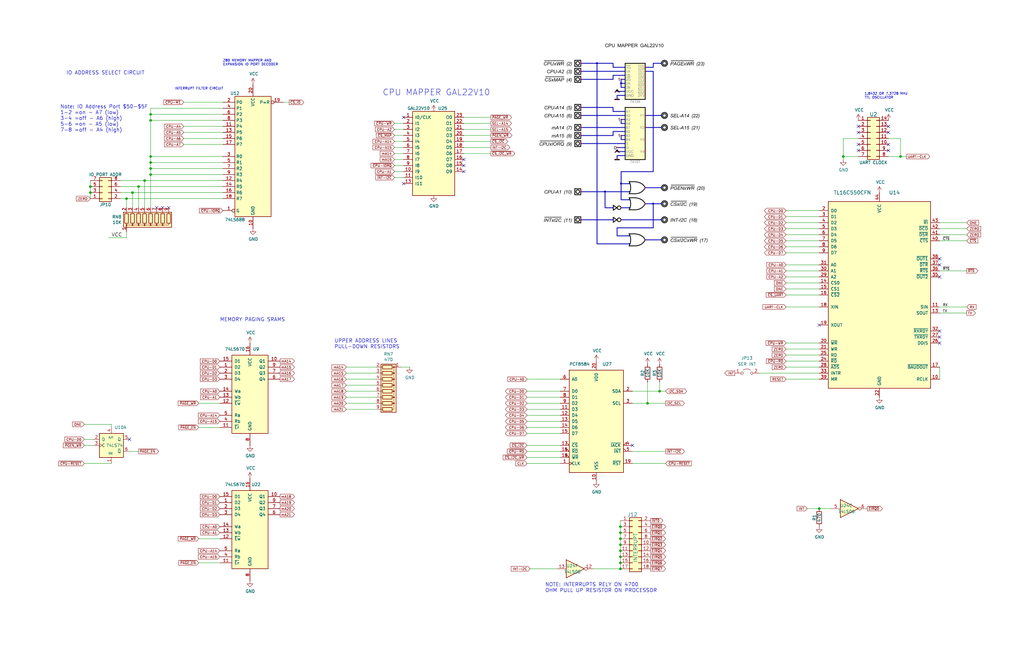
<source format=kicad_sch>
(kicad_sch (version 20211123) (generator eeschema)
  (paper "B")
  (lib_symbols
    (symbol "74xx:74LS06" (pin_names (offset 1.016))
      (property "Reference" "U" (at 0 1.27 0))
      (property "Value" "74LS06" (at 0 -1.27 0))
      (symbol "74LS06_1_0"
        (pin input line (at -7.62 0 0) (length 3.81) (name "~") (number "1"))
        (pin open_collector inverted (at 7.62 0 180) (length 3.81) (name "~") (number "2"))
      )
      (symbol "74LS06_2_0"
        (pin input line (at -7.62 0 0) (length 3.81) (name "~") (number "3"))
        (pin open_collector inverted (at 7.62 0 180) (length 3.81) (name "~") (number "4"))
      )
      (symbol "74LS06_3_0"
        (pin input line (at -7.62 0 0) (length 3.81) (name "~") (number "5"))
        (pin open_collector inverted (at 7.62 0 180) (length 3.81) (name "~") (number "6"))
      )
      (symbol "74LS06_4_0"
        (pin open_collector inverted (at 7.62 0 180) (length 3.81) (name "~") (number "8"))
        (pin input line (at -7.62 0 0) (length 3.81) (name "~") (number "9"))
      )
      (symbol "74LS06_5_0"
        (pin open_collector inverted (at 7.62 0 180) (length 3.81) (name "~") (number "10"))
        (pin input line (at -7.62 0 0) (length 3.81) (name "~") (number "11"))
      )
      (symbol "74LS06_6_0"
        (pin open_collector inverted (at 7.62 0 180) (length 3.81) (name "~") (number "12"))
        (pin input line (at -7.62 0 0) (length 3.81) (name "~") (number "13"))
      )
      (symbol "74LS06_7_0"
        (pin power_in line (at 0 12.7 270) (length 5.08) (name "VCC") (number "14"))
        (pin power_in line (at 0 -12.7 90) (length 5.08) (name "GND") (number "7"))
      )
    )
    (symbol "74xx:74LS670" (pin_names (offset 1.016))
      (property "Reference" "U" (at -7.62 16.51 0))
      (property "Value" "74LS670" (at -7.62 -19.05 0))
      (symbol "74LS670_1_0"
        (pin input line (at -12.7 10.16 0) (length 5.08) (name "D2") (number "1"))
        (pin tri_state line (at 12.7 12.7 180) (length 5.08) (name "Q1") (number "10"))
        (pin input line (at -12.7 -15.24 0) (length 5.08) (name "~{Er}") (number "11"))
        (pin input line (at -12.7 -5.08 0) (length 5.08) (name "~{Ew}") (number "12"))
        (pin input line (at -12.7 -2.54 0) (length 5.08) (name "Wb") (number "13"))
        (pin input line (at -12.7 0 0) (length 5.08) (name "Wa") (number "14"))
        (pin input line (at -12.7 12.7 0) (length 5.08) (name "D1") (number "15"))
        (pin power_in line (at 0 20.32 270) (length 5.08) (name "VCC") (number "16"))
        (pin input line (at -12.7 7.62 0) (length 5.08) (name "D3") (number "2"))
        (pin input line (at -12.7 5.08 0) (length 5.08) (name "D4") (number "3"))
        (pin input line (at -12.7 -12.7 0) (length 5.08) (name "Rb") (number "4"))
        (pin input line (at -12.7 -10.16 0) (length 5.08) (name "Ra") (number "5"))
        (pin tri_state line (at 12.7 5.08 180) (length 5.08) (name "Q4") (number "6"))
        (pin tri_state line (at 12.7 7.62 180) (length 5.08) (name "Q3") (number "7"))
        (pin power_in line (at 0 -22.86 90) (length 5.08) (name "GND") (number "8"))
        (pin tri_state line (at 12.7 10.16 180) (length 5.08) (name "Q2") (number "9"))
      )
    )
    (symbol "74xx:74LS688"
      (property "Reference" "U" (at -7.62 26.67 0))
      (property "Value" "74LS688" (at -7.62 -26.67 0))
      (symbol "74LS688_1_0"
        (pin input inverted (at -12.7 -22.86 0) (length 5.08) (name "G") (number "1"))
        (pin power_in line (at 0 -30.48 90) (length 5.08) (name "GND") (number "10"))
        (pin input line (at -12.7 12.7 0) (length 5.08) (name "P4") (number "11"))
        (pin input line (at -12.7 -10.16 0) (length 5.08) (name "R4") (number "12"))
        (pin input line (at -12.7 10.16 0) (length 5.08) (name "P5") (number "13"))
        (pin input line (at -12.7 -12.7 0) (length 5.08) (name "R5") (number "14"))
        (pin input line (at -12.7 7.62 0) (length 5.08) (name "P6") (number "15"))
        (pin input line (at -12.7 -15.24 0) (length 5.08) (name "R6") (number "16"))
        (pin input line (at -12.7 5.08 0) (length 5.08) (name "P7") (number "17"))
        (pin input line (at -12.7 -17.78 0) (length 5.08) (name "R7") (number "18"))
        (pin output inverted (at 12.7 22.86 180) (length 5.08) (name "P=R") (number "19"))
        (pin input line (at -12.7 22.86 0) (length 5.08) (name "P0") (number "2"))
        (pin power_in line (at 0 30.48 270) (length 5.08) (name "VCC") (number "20"))
        (pin input line (at -12.7 0 0) (length 5.08) (name "R0") (number "3"))
        (pin input line (at -12.7 20.32 0) (length 5.08) (name "P1") (number "4"))
        (pin input line (at -12.7 -2.54 0) (length 5.08) (name "R1") (number "5"))
        (pin input line (at -12.7 17.78 0) (length 5.08) (name "P2") (number "6"))
        (pin input line (at -12.7 -5.08 0) (length 5.08) (name "R2") (number "7"))
        (pin input line (at -12.7 15.24 0) (length 5.08) (name "P3") (number "8"))
        (pin input line (at -12.7 -7.62 0) (length 5.08) (name "R3") (number "9"))
      )
    )
    (symbol "74xx:74LS74" (pin_names (offset 1.016))
      (property "Reference" "U" (at -7.62 8.89 0))
      (property "Value" "74LS74" (at -7.62 -8.89 0))
      (symbol "74LS74_1_0"
        (pin input line (at 0 -7.62 90) (length 2.54) (name "~{R}") (number "1"))
        (pin input line (at -7.62 2.54 0) (length 2.54) (name "D") (number "2"))
        (pin input clock (at -7.62 0 0) (length 2.54) (name "C") (number "3"))
        (pin input line (at 0 7.62 270) (length 2.54) (name "~{S}") (number "4"))
        (pin output line (at 7.62 2.54 180) (length 2.54) (name "Q") (number "5"))
        (pin output line (at 7.62 -2.54 180) (length 2.54) (name "~{Q}") (number "6"))
      )
      (symbol "74LS74_2_0"
        (pin input line (at 0 7.62 270) (length 2.54) (name "~{S}") (number "10"))
        (pin input clock (at -7.62 0 0) (length 2.54) (name "C") (number "11"))
        (pin input line (at -7.62 2.54 0) (length 2.54) (name "D") (number "12"))
        (pin input line (at 0 -7.62 90) (length 2.54) (name "~{R}") (number "13"))
        (pin output line (at 7.62 -2.54 180) (length 2.54) (name "~{Q}") (number "8"))
        (pin output line (at 7.62 2.54 180) (length 2.54) (name "Q") (number "9"))
      )
      (symbol "74LS74_3_0"
        (pin power_in line (at 0 10.16 270) (length 2.54) (name "VCC") (number "14"))
        (pin power_in line (at 0 -10.16 90) (length 2.54) (name "GND") (number "7"))
      )
    )
    (symbol "Connector_Generic:Conn_02x04_Odd_Even" (pin_names (offset 1.016) hide)
      (property "Reference" "J" (at 1.27 5.08 0))
      (property "Value" "Conn_02x04_Odd_Even" (at 1.27 -7.62 0))
      (symbol "Conn_02x04_Odd_Even_1_1"
        (pin passive line (at -5.08 2.54 0) (length 3.81) (name "Pin_1") (number "1"))
        (pin passive line (at 7.62 2.54 180) (length 3.81) (name "Pin_2") (number "2"))
        (pin passive line (at -5.08 0 0) (length 3.81) (name "Pin_3") (number "3"))
        (pin passive line (at 7.62 0 180) (length 3.81) (name "Pin_4") (number "4"))
        (pin passive line (at -5.08 -2.54 0) (length 3.81) (name "Pin_5") (number "5"))
        (pin passive line (at 7.62 -2.54 180) (length 3.81) (name "Pin_6") (number "6"))
        (pin passive line (at -5.08 -5.08 0) (length 3.81) (name "Pin_7") (number "7"))
        (pin passive line (at 7.62 -5.08 180) (length 3.81) (name "Pin_8") (number "8"))
      )
    )
    (symbol "Connector_Generic:Conn_02x07_Counter_Clockwise" (pin_names (offset 1.016) hide)
      (property "Reference" "J" (at 1.27 10.16 0))
      (property "Value" "Conn_02x07_Counter_Clockwise" (at 1.27 -10.16 0))
      (symbol "Conn_02x07_Counter_Clockwise_1_1"
        (pin passive line (at -5.08 7.62 0) (length 3.81) (name "Pin_1") (number "1"))
        (pin passive line (at 7.62 -2.54 180) (length 3.81) (name "Pin_10") (number "10"))
        (pin passive line (at 7.62 0 180) (length 3.81) (name "Pin_11") (number "11"))
        (pin passive line (at 7.62 2.54 180) (length 3.81) (name "Pin_12") (number "12"))
        (pin passive line (at 7.62 5.08 180) (length 3.81) (name "Pin_13") (number "13"))
        (pin passive line (at 7.62 7.62 180) (length 3.81) (name "Pin_14") (number "14"))
        (pin passive line (at -5.08 5.08 0) (length 3.81) (name "Pin_2") (number "2"))
        (pin passive line (at -5.08 2.54 0) (length 3.81) (name "Pin_3") (number "3"))
        (pin passive line (at -5.08 0 0) (length 3.81) (name "Pin_4") (number "4"))
        (pin passive line (at -5.08 -2.54 0) (length 3.81) (name "Pin_5") (number "5"))
        (pin passive line (at -5.08 -5.08 0) (length 3.81) (name "Pin_6") (number "6"))
        (pin passive line (at -5.08 -7.62 0) (length 3.81) (name "Pin_7") (number "7"))
        (pin passive line (at 7.62 -7.62 180) (length 3.81) (name "Pin_8") (number "8"))
        (pin passive line (at 7.62 -5.08 180) (length 3.81) (name "Pin_9") (number "9"))
      )
    )
    (symbol "Connector_Generic:Conn_02x09_Odd_Even" (pin_names (offset 1.016) hide)
      (property "Reference" "J" (at 1.27 12.7 0))
      (property "Value" "Conn_02x09_Odd_Even" (at 1.27 -12.7 0))
      (symbol "Conn_02x09_Odd_Even_1_1"
        (pin passive line (at -5.08 10.16 0) (length 3.81) (name "Pin_1") (number "1"))
        (pin passive line (at 7.62 0 180) (length 3.81) (name "Pin_10") (number "10"))
        (pin passive line (at -5.08 -2.54 0) (length 3.81) (name "Pin_11") (number "11"))
        (pin passive line (at 7.62 -2.54 180) (length 3.81) (name "Pin_12") (number "12"))
        (pin passive line (at -5.08 -5.08 0) (length 3.81) (name "Pin_13") (number "13"))
        (pin passive line (at 7.62 -5.08 180) (length 3.81) (name "Pin_14") (number "14"))
        (pin passive line (at -5.08 -7.62 0) (length 3.81) (name "Pin_15") (number "15"))
        (pin passive line (at 7.62 -7.62 180) (length 3.81) (name "Pin_16") (number "16"))
        (pin passive line (at -5.08 -10.16 0) (length 3.81) (name "Pin_17") (number "17"))
        (pin passive line (at 7.62 -10.16 180) (length 3.81) (name "Pin_18") (number "18"))
        (pin passive line (at 7.62 10.16 180) (length 3.81) (name "Pin_2") (number "2"))
        (pin passive line (at -5.08 7.62 0) (length 3.81) (name "Pin_3") (number "3"))
        (pin passive line (at 7.62 7.62 180) (length 3.81) (name "Pin_4") (number "4"))
        (pin passive line (at -5.08 5.08 0) (length 3.81) (name "Pin_5") (number "5"))
        (pin passive line (at 7.62 5.08 180) (length 3.81) (name "Pin_6") (number "6"))
        (pin passive line (at -5.08 2.54 0) (length 3.81) (name "Pin_7") (number "7"))
        (pin passive line (at 7.62 2.54 180) (length 3.81) (name "Pin_8") (number "8"))
        (pin passive line (at -5.08 0 0) (length 3.81) (name "Pin_9") (number "9"))
      )
    )
    (symbol "Device:R" (pin_numbers hide) (pin_names (offset 0))
      (property "Reference" "R" (at 2.032 0 90))
      (property "Value" "R" (at 0 0 90))
      (symbol "R_1_1"
        (pin passive line (at 0 3.81 270) (length 1.27) (name "~") (number "1"))
        (pin passive line (at 0 -3.81 90) (length 1.27) (name "~") (number "2"))
      )
    )
    (symbol "Device:R_Network08" (pin_names (offset 0) hide)
      (property "Reference" "RN" (at -12.7 0 90))
      (property "Value" "R_Network08" (at 10.16 0 90))
      (symbol "R_Network08_1_1"
        (pin passive line (at -10.16 5.08 270) (length 2.54) (name "common") (number "1"))
        (pin passive line (at -10.16 -5.08 90) (length 1.27) (name "R1") (number "2"))
        (pin passive line (at -7.62 -5.08 90) (length 1.27) (name "R2") (number "3"))
        (pin passive line (at -5.08 -5.08 90) (length 1.27) (name "R3") (number "4"))
        (pin passive line (at -2.54 -5.08 90) (length 1.27) (name "R4") (number "5"))
        (pin passive line (at 0 -5.08 90) (length 1.27) (name "R5") (number "6"))
        (pin passive line (at 2.54 -5.08 90) (length 1.27) (name "R6") (number "7"))
        (pin passive line (at 5.08 -5.08 90) (length 1.27) (name "R7") (number "8"))
        (pin passive line (at 7.62 -5.08 90) (length 1.27) (name "R8") (number "9"))
      )
    )
    (symbol "Interface_Expansion:PCF8584" (pin_names (offset 1.016))
      (property "Reference" "U" (at -11.43 22.86 0))
      (property "Value" "PCF8584" (at 3.81 22.86 0))
      (symbol "PCF8584_1_1"
        (pin input clock (at -15.24 -17.78 0) (length 3.81) (name "CLK") (number "1"))
        (pin power_in line (at 0 -25.4 90) (length 3.81) (name "VSS") (number "10"))
        (pin tri_state line (at -15.24 5.08 0) (length 3.81) (name "D3") (number "11"))
        (pin tri_state line (at -15.24 2.54 0) (length 3.81) (name "D4") (number "12"))
        (pin tri_state line (at -15.24 0 0) (length 3.81) (name "D5") (number "13"))
        (pin tri_state line (at -15.24 -2.54 0) (length 3.81) (name "D6") (number "14"))
        (pin tri_state line (at -15.24 -5.08 0) (length 3.81) (name "D7") (number "15"))
        (pin passive input_low (at -15.24 -12.7 0) (length 3.81) (name "~{RD}") (number "16"))
        (pin input input_low (at -15.24 -10.16 0) (length 3.81) (name "~{CS}") (number "17"))
        (pin input input_low (at -15.24 -15.24 0) (length 3.81) (name "~{WR}") (number "18"))
        (pin bidirectional line (at 15.24 -17.78 180) (length 3.81) (name "~{RST}") (number "19"))
        (pin bidirectional line (at 15.24 12.7 180) (length 3.81) (name "SDA") (number "2"))
        (pin power_in line (at 0 25.4 270) (length 3.81) (name "VDD") (number "20"))
        (pin bidirectional line (at 15.24 7.62 180) (length 3.81) (name "SCL") (number "3"))
        (pin input input_low (at 15.24 -10.16 180) (length 3.81) (name "~{IACK}") (number "4"))
        (pin output output_low (at 15.24 -12.7 180) (length 3.81) (name "~{INT}") (number "5"))
        (pin input line (at -15.24 17.78 0) (length 3.81) (name "A0") (number "6"))
        (pin tri_state line (at -15.24 12.7 0) (length 3.81) (name "D0") (number "7"))
        (pin tri_state line (at -15.24 10.16 0) (length 3.81) (name "D1") (number "8"))
        (pin tri_state line (at -15.24 7.62 0) (length 3.81) (name "D2") (number "9"))
      )
    )
    (symbol "Jumper:Jumper_2_Open" (pin_names (offset 0) hide)
      (property "Reference" "JP" (at 0 2.794 0))
      (property "Value" "Jumper_2_Open" (at 0 -2.286 0))
      (symbol "Jumper_2_Open_1_1"
        (pin passive line (at -5.08 0 0) (length 2.54) (name "A") (number "1"))
        (pin passive line (at 5.08 0 180) (length 2.54) (name "B") (number "2"))
      )
    )
    (symbol "TL16C550CFN:TL16C550CFN-Interface_UART" (pin_names (offset 1.016))
      (property "Reference" "U14" (at 6.35 43.18 0))
      (property "Value" "TL16C550CFN-Interface_UART" (at -11.43 43.18 0))
      (symbol "TL16C550CFN-Interface_UART_1_1"
        (pin no_connect line (at -13.97 -44.45 90) (length 5.08) hide (name "nc") (number "1"))
        (pin input line (at 25.4 -35.56 180) (length 3.81) (name "RCLK") (number "10"))
        (pin input line (at 25.4 -5.08 180) (length 3.81) (name "SIN") (number "11"))
        (pin no_connect line (at -11.43 -44.45 90) (length 5.08) hide (name "nc") (number "12"))
        (pin output line (at 25.4 -7.62 180) (length 3.81) (name "SOUT") (number "13"))
        (pin input line (at -25.4 5.08 0) (length 3.81) (name "CS0") (number "14"))
        (pin input line (at -25.4 2.54 0) (length 3.81) (name "CS1") (number "15"))
        (pin input line (at -25.4 0 0) (length 3.81) (name "~{CS2}") (number "16"))
        (pin output line (at 25.4 -30.48 180) (length 3.81) (name "~{BAUDOUT}") (number "17"))
        (pin input line (at -25.4 -5.08 0) (length 3.81) (name "XIN") (number "18"))
        (pin output line (at -25.4 -12.7 0) (length 3.81) (name "XOUT") (number "19"))
        (pin bidirectional line (at -25.4 35.56 0) (length 3.81) (name "D0") (number "2"))
        (pin input line (at -25.4 -20.32 0) (length 3.81) (name "~{WR}") (number "20"))
        (pin input line (at -25.4 -22.86 0) (length 3.81) (name "WR") (number "21"))
        (pin power_in line (at 0 -43.18 90) (length 3.81) (name "GND") (number "22"))
        (pin no_connect line (at -8.89 -44.45 90) (length 5.08) hide (name "nc") (number "23"))
        (pin input line (at -25.4 -27.94 0) (length 3.81) (name "~{RD}") (number "24"))
        (pin input line (at -25.4 -25.4 0) (length 3.81) (name "RD") (number "25"))
        (pin output line (at 25.4 -20.32 180) (length 3.81) (name "DDIS") (number "26"))
        (pin output line (at 25.4 -17.78 180) (length 3.81) (name "~{TXRDY}") (number "27"))
        (pin input line (at -25.4 -30.48 0) (length 3.81) (name "~{ADS}") (number "28"))
        (pin input line (at -25.4 7.62 0) (length 3.81) (name "A2") (number "29"))
        (pin bidirectional line (at -25.4 33.02 0) (length 3.81) (name "D1") (number "3"))
        (pin input line (at -25.4 10.16 0) (length 3.81) (name "A1") (number "30"))
        (pin input line (at -25.4 12.7 0) (length 3.81) (name "A0") (number "31"))
        (pin output line (at 25.4 -15.24 180) (length 3.81) (name "~{RXRDY}") (number "32"))
        (pin output line (at -25.4 -33.02 0) (length 3.81) (name "INTR") (number "33"))
        (pin no_connect line (at -6.35 -44.45 90) (length 5.08) hide (name "nc") (number "34"))
        (pin output line (at 25.4 7.62 180) (length 3.81) (name "~{OUT2}") (number "35"))
        (pin output line (at 25.4 10.16 180) (length 3.81) (name "~{RTS}") (number "36"))
        (pin output line (at 25.4 12.7 180) (length 3.81) (name "~{DTR}") (number "37"))
        (pin output line (at 25.4 15.24 180) (length 3.81) (name "~{OUT1}") (number "38"))
        (pin input line (at -25.4 -35.56 0) (length 3.81) (name "MR") (number "39"))
        (pin bidirectional line (at -25.4 30.48 0) (length 3.81) (name "D2") (number "4"))
        (pin input line (at 25.4 22.86 180) (length 3.81) (name "~{CTS}") (number "40"))
        (pin input line (at 25.4 25.4 180) (length 3.81) (name "~{DSR}") (number "41"))
        (pin input line (at 25.4 27.94 180) (length 3.81) (name "~{DCD}") (number "42"))
        (pin input line (at 25.4 30.48 180) (length 3.81) (name "~{RI}") (number "43"))
        (pin power_in line (at 0 43.18 270) (length 3.81) (name "VCC") (number "44"))
        (pin bidirectional line (at -25.4 27.94 0) (length 3.81) (name "D3") (number "5"))
        (pin bidirectional line (at -25.4 25.4 0) (length 3.81) (name "D4") (number "6"))
        (pin bidirectional line (at -25.4 22.86 0) (length 3.81) (name "D5") (number "7"))
        (pin bidirectional line (at -25.4 20.32 0) (length 3.81) (name "D6") (number "8"))
        (pin bidirectional line (at -25.4 17.78 0) (length 3.81) (name "D7") (number "9"))
      )
    )
    (symbol "gal22v10:GAL22V10" (pin_names (offset 1.016))
      (property "Reference" "U" (at -8.89 19.05 0))
      (property "Value" "GAL22V10" (at -1.27 19.05 0))
      (symbol "GAL22V10_1_1"
        (pin input line (at -12.7 15.24 0) (length 3.81) (name "I0/CLK") (number "1"))
        (pin input line (at -12.7 -7.62 0) (length 3.81) (name "I9") (number "10"))
        (pin input line (at -12.7 -10.16 0) (length 3.81) (name "I10") (number "11"))
        (pin power_in line (at 0 -17.78 90) (length 0) hide (name "GND") (number "12"))
        (pin input line (at -12.7 -12.7 0) (length 3.81) (name "I11") (number "13"))
        (pin output line (at 12.7 -7.62 180) (length 3.81) (name "O9") (number "14"))
        (pin output line (at 12.7 -5.08 180) (length 3.81) (name "O8") (number "15"))
        (pin output line (at 12.7 -2.54 180) (length 3.81) (name "O7") (number "16"))
        (pin output line (at 12.7 0 180) (length 3.81) (name "O6") (number "17"))
        (pin output line (at 12.7 2.54 180) (length 3.81) (name "O5") (number "18"))
        (pin output line (at 12.7 5.08 180) (length 3.81) (name "O4") (number "19"))
        (pin input line (at -12.7 12.7 0) (length 3.81) (name "I1") (number "2"))
        (pin output line (at 12.7 7.62 180) (length 3.81) (name "O3") (number "20"))
        (pin output line (at 12.7 10.16 180) (length 3.81) (name "O2") (number "21"))
        (pin output line (at 12.7 12.7 180) (length 3.81) (name "O1") (number "22"))
        (pin output line (at 12.7 15.24 180) (length 3.81) (name "O0") (number "23"))
        (pin power_in line (at 0 17.78 270) (length 0) hide (name "VCC") (number "24"))
        (pin input line (at -12.7 10.16 0) (length 3.81) (name "I2") (number "3"))
        (pin input line (at -12.7 7.62 0) (length 3.81) (name "I3") (number "4"))
        (pin input line (at -12.7 5.08 0) (length 3.81) (name "I4") (number "5"))
        (pin input line (at -12.7 2.54 0) (length 3.81) (name "I5") (number "6"))
        (pin input line (at -12.7 0 0) (length 3.81) (name "I6") (number "7"))
        (pin input line (at -12.7 -2.54 0) (length 3.81) (name "I7") (number "8"))
        (pin input line (at -12.7 -5.08 0) (length 3.81) (name "I8") (number "9"))
      )
    )
    (symbol "power:GND" (power) (pin_names (offset 0))
      (property "Value" "GND" (at 0 -3.81 0))
      (symbol "GND_1_1"
        (pin power_in line (at 0 0 270) (length 0) hide (name "GND") (number "1"))
      )
    )
    (symbol "power:VCC" (power) (pin_names (offset 0))
      (property "Value" "VCC" (at 0 3.81 0))
      (symbol "VCC_1_1"
        (pin power_in line (at 0 0 90) (length 0) hide (name "VCC") (number "1"))
      )
    )
  )
  (junction (at 63.5 50.8))
  (junction (at 261.62 234.95))
  (junction (at 58.42 78.74))
  (junction (at 38.1 78.74))
  (junction (at 63.5 48.26))
  (junction (at 261.62 229.87))
  (junction (at 60.96 76.2))
  (junction (at 278.13 165.1))
  (junction (at 273.05 170.18))
  (junction (at 355.6 66.04))
  (junction (at 55.88 81.28))
  (junction (at 261.62 240.03))
  (junction (at 261.62 232.41))
  (junction (at 345.44 214.63))
  (junction (at 261.62 227.33))
  (junction (at 261.62 224.79))
  (junction (at 38.1 81.28))
  (junction (at 63.5 66.04))
  (junction (at 261.62 222.25))
  (junction (at 261.62 237.49))
  (junction (at 63.5 68.58))
  (junction (at 53.34 83.82))
  (junction (at 379.73 66.04))
  (junction (at 63.5 73.66))
  (junction (at 63.5 71.12))
  (no_connect (at 374.65 55.88))
  (no_connect (at 170.18 77.47))
  (no_connect (at 195.58 72.39))
  (no_connect (at 266.7 187.96))
  (no_connect (at 361.95 60.96))
  (no_connect (at 396.24 111.76))
  (no_connect (at 195.58 67.31))
  (no_connect (at 396.24 109.22))
  (no_connect (at 374.65 63.5))
  (no_connect (at 345.44 137.16))
  (no_connect (at 170.18 49.53))
  (no_connect (at 195.58 69.85))
  (no_connect (at 361.95 63.5))
  (no_connect (at 396.24 116.84))
  (no_connect (at 66.04 87.63))
  (no_connect (at 396.24 144.78))
  (no_connect (at 361.95 55.88))
  (no_connect (at 374.65 60.96))
  (no_connect (at 68.58 87.63))
  (no_connect (at 71.12 87.63))
  (no_connect (at 374.65 53.34))
  (no_connect (at 54.61 185.42))
  (no_connect (at 396.24 142.24))
  (no_connect (at 361.95 53.34))
  (no_connect (at 396.24 139.7))
  (wire (pts (xy 345.44 154.94) (xy 331.47 154.94)))
  (wire (pts (xy 355.6 58.42) (xy 355.6 66.04)))
  (wire (pts (xy 331.47 91.44) (xy 345.44 91.44)))
  (wire (pts (xy 53.34 100.33) (xy 53.34 97.79)))
  (wire (pts (xy 146.05 154.94) (xy 158.75 154.94)))
  (wire (pts (xy 60.96 87.63) (xy 60.96 76.2)))
  (wire (pts (xy 55.88 87.63) (xy 55.88 81.28)))
  (wire (pts (xy 261.62 229.87) (xy 261.62 227.33)))
  (wire (pts (xy 195.58 49.53) (xy 207.01 49.53)))
  (wire (pts (xy 361.95 58.42) (xy 355.6 58.42)))
  (wire (pts (xy 407.67 101.6) (xy 396.24 101.6)))
  (wire (pts (xy 396.24 99.06) (xy 407.67 99.06)))
  (wire (pts (xy 407.67 132.08) (xy 396.24 132.08)))
  (wire (pts (xy 355.6 67.31) (xy 355.6 66.04)))
  (wire (pts (xy 195.58 64.77) (xy 207.01 64.77)))
  (wire (pts (xy 77.47 53.34) (xy 93.98 53.34)))
  (wire (pts (xy 166.37 57.15) (xy 170.18 57.15)))
  (wire (pts (xy 46.99 180.34) (xy 46.99 179.07)))
  (wire (pts (xy 53.34 83.82) (xy 93.98 83.82)))
  (wire (pts (xy 166.37 72.39) (xy 170.18 72.39)))
  (wire (pts (xy 261.62 234.95) (xy 261.62 232.41)))
  (wire (pts (xy 236.22 190.5) (xy 222.25 190.5)))
  (wire (pts (xy 261.62 222.25) (xy 261.62 219.71)))
  (wire (pts (xy 35.56 185.42) (xy 39.37 185.42)))
  (wire (pts (xy 166.37 59.69) (xy 170.18 59.69)))
  (wire (pts (xy 331.47 104.14) (xy 345.44 104.14)))
  (wire (pts (xy 261.62 240.03) (xy 261.62 237.49)))
  (wire (pts (xy 236.22 193.04) (xy 222.25 193.04)))
  (wire (pts (xy 166.37 52.07) (xy 170.18 52.07)))
  (wire (pts (xy 166.37 64.77) (xy 170.18 64.77)))
  (wire (pts (xy 77.47 60.96) (xy 93.98 60.96)))
  (wire (pts (xy 46.99 179.07) (xy 35.56 179.07)))
  (wire (pts (xy 345.44 149.86) (xy 331.47 149.86)))
  (wire (pts (xy 273.05 161.29) (xy 273.05 170.18)))
  (wire (pts (xy 63.5 71.12) (xy 63.5 73.66)))
  (wire (pts (xy 350.52 214.63) (xy 345.44 214.63)))
  (wire (pts (xy 379.73 66.04) (xy 382.27 66.04)))
  (wire (pts (xy 55.88 81.28) (xy 93.98 81.28)))
  (wire (pts (xy 146.05 157.48) (xy 158.75 157.48)))
  (wire (pts (xy 83.82 180.34) (xy 92.71 180.34)))
  (wire (pts (xy 195.58 52.07) (xy 207.01 52.07)))
  (wire (pts (xy 83.82 170.18) (xy 92.71 170.18)))
  (wire (pts (xy 77.47 43.18) (xy 93.98 43.18)))
  (wire (pts (xy 166.37 69.85) (xy 170.18 69.85)))
  (wire (pts (xy 63.5 66.04) (xy 93.98 66.04)))
  (wire (pts (xy 146.05 167.64) (xy 158.75 167.64)))
  (wire (pts (xy 261.62 224.79) (xy 261.62 222.25)))
  (wire (pts (xy 236.22 187.96) (xy 222.25 187.96)))
  (wire (pts (xy 407.67 114.3) (xy 396.24 114.3)))
  (wire (pts (xy 355.6 66.04) (xy 361.95 66.04)))
  (wire (pts (xy 345.44 124.46) (xy 331.47 124.46)))
  (wire (pts (xy 195.58 62.23) (xy 207.01 62.23)))
  (wire (pts (xy 222.25 172.72) (xy 236.22 172.72)))
  (wire (pts (xy 345.44 116.84) (xy 331.47 116.84)))
  (wire (pts (xy 379.73 58.42) (xy 379.73 66.04)))
  (wire (pts (xy 345.44 160.02) (xy 331.47 160.02)))
  (wire (pts (xy 331.47 96.52) (xy 345.44 96.52)))
  (wire (pts (xy 119.38 43.18) (xy 121.92 43.18)))
  (wire (pts (xy 146.05 162.56) (xy 158.75 162.56)))
  (wire (pts (xy 63.5 87.63) (xy 63.5 73.66)))
  (wire (pts (xy 345.44 147.32) (xy 331.47 147.32)))
  (wire (pts (xy 38.1 81.28) (xy 38.1 83.82)))
  (wire (pts (xy 50.8 81.28) (xy 55.88 81.28)))
  (wire (pts (xy 345.44 119.38) (xy 331.47 119.38)))
  (wire (pts (xy 331.47 93.98) (xy 345.44 93.98)))
  (wire (pts (xy 50.8 83.82) (xy 53.34 83.82)))
  (wire (pts (xy 195.58 57.15) (xy 207.01 57.15)))
  (wire (pts (xy 345.44 144.78) (xy 331.47 144.78)))
  (wire (pts (xy 63.5 66.04) (xy 63.5 68.58)))
  (wire (pts (xy 266.7 165.1) (xy 278.13 165.1)))
  (wire (pts (xy 77.47 55.88) (xy 93.98 55.88)))
  (wire (pts (xy 396.24 93.98) (xy 407.67 93.98)))
  (wire (pts (xy 266.7 170.18) (xy 273.05 170.18)))
  (wire (pts (xy 63.5 71.12) (xy 93.98 71.12)))
  (wire (pts (xy 261.62 232.41) (xy 261.62 229.87)))
  (wire (pts (xy 38.1 76.2) (xy 38.1 78.74)))
  (wire (pts (xy 261.62 237.49) (xy 261.62 234.95)))
  (wire (pts (xy 280.67 195.58) (xy 266.7 195.58)))
  (wire (pts (xy 60.96 76.2) (xy 93.98 76.2)))
  (wire (pts (xy 195.58 59.69) (xy 207.01 59.69)))
  (wire (pts (xy 320.04 157.48) (xy 345.44 157.48)))
  (wire (pts (xy 146.05 165.1) (xy 158.75 165.1)))
  (wire (pts (xy 331.47 88.9) (xy 345.44 88.9)))
  (wire (pts (xy 222.25 180.34) (xy 236.22 180.34)))
  (wire (pts (xy 63.5 45.72) (xy 93.98 45.72)))
  (wire (pts (xy 379.73 66.04) (xy 374.65 66.04)))
  (wire (pts (xy 166.37 54.61) (xy 170.18 54.61)))
  (wire (pts (xy 222.25 165.1) (xy 236.22 165.1)))
  (wire (pts (xy 273.05 170.18) (xy 280.67 170.18)))
  (wire (pts (xy 53.34 87.63) (xy 53.34 83.82)))
  (wire (pts (xy 345.44 121.92) (xy 331.47 121.92)))
  (wire (pts (xy 261.62 227.33) (xy 261.62 224.79)))
  (wire (pts (xy 63.5 68.58) (xy 63.5 71.12)))
  (wire (pts (xy 374.65 58.42) (xy 379.73 58.42)))
  (wire (pts (xy 396.24 96.52) (xy 407.67 96.52)))
  (wire (pts (xy 63.5 50.8) (xy 93.98 50.8)))
  (wire (pts (xy 222.25 167.64) (xy 236.22 167.64)))
  (wire (pts (xy 63.5 48.26) (xy 93.98 48.26)))
  (wire (pts (xy 45.72 100.33) (xy 53.34 100.33)))
  (wire (pts (xy 166.37 67.31) (xy 170.18 67.31)))
  (wire (pts (xy 168.91 154.94) (xy 172.72 154.94)))
  (wire (pts (xy 222.25 175.26) (xy 236.22 175.26)))
  (wire (pts (xy 234.95 240.03) (xy 223.52 240.03)))
  (wire (pts (xy 54.61 190.5) (xy 58.42 190.5)))
  (wire (pts (xy 166.37 62.23) (xy 170.18 62.23)))
  (wire (pts (xy 146.05 172.72) (xy 158.75 172.72)))
  (wire (pts (xy 50.8 78.74) (xy 58.42 78.74)))
  (wire (pts (xy 58.42 78.74) (xy 93.98 78.74)))
  (wire (pts (xy 280.67 190.5) (xy 266.7 190.5)))
  (wire (pts (xy 50.8 76.2) (xy 60.96 76.2)))
  (wire (pts (xy 250.19 240.03) (xy 261.62 240.03)))
  (wire (pts (xy 345.44 114.3) (xy 331.47 114.3)))
  (wire (pts (xy 278.13 161.29) (xy 278.13 165.1)))
  (wire (pts (xy 331.47 99.06) (xy 345.44 99.06)))
  (wire (pts (xy 222.25 182.88) (xy 236.22 182.88)))
  (wire (pts (xy 63.5 50.8) (xy 63.5 66.04)))
  (wire (pts (xy 345.44 152.4) (xy 331.47 152.4)))
  (wire (pts (xy 83.82 227.33) (xy 92.71 227.33)))
  (wire (pts (xy 83.82 237.49) (xy 92.71 237.49)))
  (wire (pts (xy 146.05 170.18) (xy 158.75 170.18)))
  (wire (pts (xy 63.5 68.58) (xy 93.98 68.58)))
  (wire (pts (xy 345.44 129.54) (xy 331.47 129.54)))
  (wire (pts (xy 46.99 195.58) (xy 35.56 195.58)))
  (wire (pts (xy 63.5 73.66) (xy 93.98 73.66)))
  (wire (pts (xy 236.22 195.58) (xy 222.25 195.58)))
  (wire (pts (xy 222.25 177.8) (xy 236.22 177.8)))
  (wire (pts (xy 331.47 106.68) (xy 345.44 106.68)))
  (wire (pts (xy 331.47 101.6) (xy 345.44 101.6)))
  (wire (pts (xy 38.1 78.74) (xy 38.1 81.28)))
  (wire (pts (xy 278.13 165.1) (xy 280.67 165.1)))
  (wire (pts (xy 166.37 74.93) (xy 170.18 74.93)))
  (wire (pts (xy 407.67 129.54) (xy 396.24 129.54)))
  (wire (pts (xy 345.44 214.63) (xy 340.36 214.63)))
  (wire (pts (xy 396.24 160.02) (xy 396.24 154.94)))
  (wire (pts (xy 222.25 170.18) (xy 236.22 170.18)))
  (wire (pts (xy 236.22 160.02) (xy 222.25 160.02)))
  (wire (pts (xy 63.5 48.26) (xy 63.5 45.72)))
  (wire (pts (xy 146.05 160.02) (xy 158.75 160.02)))
  (wire (pts (xy 77.47 58.42) (xy 93.98 58.42)))
  (wire (pts (xy 58.42 87.63) (xy 58.42 78.74)))
  (wire (pts (xy 35.56 187.96) (xy 39.37 187.96)))
  (wire (pts (xy 195.58 54.61) (xy 207.01 54.61)))
  (wire (pts (xy 63.5 50.8) (xy 63.5 48.26)))
  (wire (pts (xy 345.44 111.76) (xy 331.47 111.76)))
  (image (at 262.89 60.96))
  (text "CPU MAPPER GAL22V10" (at 161.29 40.64 0) (effects (font (size 2.54 2.54)) (justify left bottom)))
  (text "Z80 MEMORY MAPPER AND \nEXPANSION IO PORT DECODER\n" (at 93.98 27.94 0) (effects (font (size 1.016 1.016)) (justify left bottom)))
  (text "UPPER ADDRESS LINES \nPULL-DOWN RESISTORS" (at 140.97 147.32 0) (effects (font (size 1.524 1.524)) (justify left bottom)))
  (text "MEMORY PAGING SRAMS" (at 92.71 135.89 0) (effects (font (size 1.524 1.524)) (justify left bottom)))
  (text "IO ADDRESS SELECT CIRCUIT" (at 27.94 31.75 0) (effects (font (size 1.524 1.524)) (justify left bottom)))
  (text "INTERRUPT FILTER CIRCUIT" (at 73.66 38.1 0) (effects (font (size 1.016 1.016)) (justify left bottom)))
  (text "1.8432 OR 7.3728 MHz\nTTL OSCILLATOR" (at 364.49 41.91 0) (effects (font (size 1.016 1.016)) (justify left bottom)))
  (text "NOTE: INTERRUPTS RELY ON 4700 \nOHM PULL UP RESISTOR ON PROCESSOR" (at 229.87 250.19 0) (effects (font (size 1.524 1.524)) (justify left bottom)))
  (text "Note: IO Address Port $50-$5F\n1-2 =on - A7 (low)\n3-4 =off - A6 (high)\n5-6 =on - A5 (low)\n7-8 =off - A4 (high)" (at 25.4 55.88 0) (effects (font (size 1.524 1.524)) (justify left bottom)))
  (label "~{CTS}" (at 397.51 101.6 0) (effects (font (size 1.016 1.016))))
  (label "RX" (at 397.51 129.54 0) (effects (font (size 1.016 1.016))))
  (label "~{RTS}" (at 397.51 114.3 0) (effects (font (size 1.016 1.016))))
  (label "VCC" (at 46.99 100.33 0) (effects (font (size 1.524 1.524))))
  (label "TX" (at 397.51 132.08 0) (effects (font (size 1.016 1.016))))
  (global_label "~{EIRQ7}" (shape output) (at 274.32 240.03 0) (effects (font (size 1.016 1.016))) (property "Intersheet References" "${INTERSHEET_REFS}" (effects hide)))
  (global_label "~{EIRQ1}" (shape output) (at 274.32 224.79 0) (effects (font (size 1.016 1.016))) (property "Intersheet References" "${INTERSHEET_REFS}" (effects hide)))
  (global_label "mA18" (shape output) (at 118.11 209.55 0) (effects (font (size 1.016 1.016))) (property "Intersheet References" "${INTERSHEET_REFS}" (effects hide)))
  (global_label "CPU-A14" (shape input) (at 166.37 59.69 180) (effects (font (size 1.016 1.016))) (property "Intersheet References" "${INTERSHEET_REFS}" (effects hide)))
  (global_label "SEL-A14" (shape output) (at 207.01 52.07 0) (effects (font (size 1.016 1.016))) (property "Intersheet References" "${INTERSHEET_REFS}" (effects hide)))
  (global_label "mA21" (shape output) (at 118.11 217.17 0) (effects (font (size 1.016 1.016))) (property "Intersheet References" "${INTERSHEET_REFS}" (effects hide)))
  (global_label "CPU-D5" (shape bidirectional) (at 222.25 177.8 180) (effects (font (size 1.016 1.016))) (property "Intersheet References" "${INTERSHEET_REFS}" (effects hide)))
  (global_label "~{EIRQ2}" (shape output) (at 274.32 227.33 0) (effects (font (size 1.016 1.016))) (property "Intersheet References" "${INTERSHEET_REFS}" (effects hide)))
  (global_label "~{INT-I2C}" (shape input) (at 166.37 74.93 180) (effects (font (size 1.016 1.016))) (property "Intersheet References" "${INTERSHEET_REFS}" (effects hide)))
  (global_label "~{CTS}" (shape input) (at 407.67 101.6 0) (effects (font (size 1.016 1.016))) (property "Intersheet References" "${INTERSHEET_REFS}" (effects hide)))
  (global_label "CPU-D1" (shape input) (at 92.71 212.09 180) (effects (font (size 1.016 1.016))) (property "Intersheet References" "${INTERSHEET_REFS}" (effects hide)))
  (global_label "~{CPU-RESET}" (shape input) (at 280.67 195.58 0) (effects (font (size 1.016 1.016))) (property "Intersheet References" "${INTERSHEET_REFS}" (effects hide)))
  (global_label "CPU-D3" (shape bidirectional) (at 331.47 96.52 180) (effects (font (size 1.016 1.016))) (property "Intersheet References" "${INTERSHEET_REFS}" (effects hide)))
  (global_label "CPU-A1" (shape input) (at 92.71 224.79 180) (effects (font (size 1.016 1.016))) (property "Intersheet References" "${INTERSHEET_REFS}" (effects hide)))
  (global_label "CPU-A0" (shape input) (at 92.71 222.25 180) (effects (font (size 1.016 1.016))) (property "Intersheet References" "${INTERSHEET_REFS}" (effects hide)))
  (global_label "~{PGEN_WR}" (shape output) (at 207.01 57.15 0) (effects (font (size 1.016 1.016))) (property "Intersheet References" "${INTERSHEET_REFS}" (effects hide)))
  (global_label "CPU-D6" (shape bidirectional) (at 222.25 180.34 180) (effects (font (size 1.016 1.016))) (property "Intersheet References" "${INTERSHEET_REFS}" (effects hide)))
  (global_label "ZERO" (shape input) (at 331.47 154.94 180) (effects (font (size 1.016 1.016))) (property "Intersheet References" "${INTERSHEET_REFS}" (effects hide)))
  (global_label "mA20" (shape input) (at 146.05 170.18 180) (effects (font (size 1.016 1.016))) (property "Intersheet References" "${INTERSHEET_REFS}" (effects hide)))
  (global_label "CPU-A1" (shape input) (at 331.47 114.3 180) (effects (font (size 1.016 1.016))) (property "Intersheet References" "${INTERSHEET_REFS}" (effects hide)))
  (global_label "~{CS_I2C}" (shape output) (at 207.01 59.69 0) (effects (font (size 1.016 1.016))) (property "Intersheet References" "${INTERSHEET_REFS}" (effects hide)))
  (global_label "ONE" (shape input) (at 331.47 119.38 180) (effects (font (size 1.016 1.016))) (property "Intersheet References" "${INTERSHEET_REFS}" (effects hide)))
  (global_label "ZERO" (shape input) (at 407.67 96.52 0) (effects (font (size 1.016 1.016))) (property "Intersheet References" "${INTERSHEET_REFS}" (effects hide)))
  (global_label "~{PAGE_EN}" (shape output) (at 58.42 190.5 0) (effects (font (size 1.016 1.016))) (property "Intersheet References" "${INTERSHEET_REFS}" (effects hide)))
  (global_label "INT" (shape output) (at 309.88 157.48 180) (effects (font (size 1.016 1.016))) (property "Intersheet References" "${INTERSHEET_REFS}" (effects hide)))
  (global_label "mA17" (shape output) (at 118.11 160.02 0) (effects (font (size 1.016 1.016))) (property "Intersheet References" "${INTERSHEET_REFS}" (effects hide)))
  (global_label "CPU-A1" (shape input) (at 92.71 167.64 180) (effects (font (size 1.016 1.016))) (property "Intersheet References" "${INTERSHEET_REFS}" (effects hide)))
  (global_label "ZERO" (shape input) (at 38.1 83.82 180) (effects (font (size 1.016 1.016))) (property "Intersheet References" "${INTERSHEET_REFS}" (effects hide)))
  (global_label "~{RTS}" (shape output) (at 407.67 114.3 0) (effects (font (size 1.016 1.016))) (property "Intersheet References" "${INTERSHEET_REFS}" (effects hide)))
  (global_label "ZERO" (shape input) (at 331.47 149.86 180) (effects (font (size 1.016 1.016))) (property "Intersheet References" "${INTERSHEET_REFS}" (effects hide)))
  (global_label "mA15" (shape output) (at 118.11 154.94 0) (effects (font (size 1.016 1.016))) (property "Intersheet References" "${INTERSHEET_REFS}" (effects hide)))
  (global_label "ZERO" (shape input) (at 331.47 147.32 180) (effects (font (size 1.016 1.016))) (property "Intersheet References" "${INTERSHEET_REFS}" (effects hide)))
  (global_label "CPU-D0" (shape input) (at 92.71 209.55 180) (effects (font (size 1.016 1.016))) (property "Intersheet References" "${INTERSHEET_REFS}" (effects hide)))
  (global_label "CPU-A6" (shape input) (at 77.47 58.42 180) (effects (font (size 1.016 1.016))) (property "Intersheet References" "${INTERSHEET_REFS}" (effects hide)))
  (global_label "mA14" (shape output) (at 118.11 152.4 0) (effects (font (size 1.016 1.016))) (property "Intersheet References" "${INTERSHEET_REFS}" (effects hide)))
  (global_label "mA14" (shape input) (at 146.05 154.94 180) (effects (font (size 1.016 1.016))) (property "Intersheet References" "${INTERSHEET_REFS}" (effects hide)))
  (global_label "CPU-A4" (shape input) (at 77.47 53.34 180) (effects (font (size 1.016 1.016))) (property "Intersheet References" "${INTERSHEET_REFS}" (effects hide)))
  (global_label "INT" (shape input) (at 340.36 214.63 180) (effects (font (size 1.016 1.016))) (property "Intersheet References" "${INTERSHEET_REFS}" (effects hide)))
  (global_label "CPU-A15" (shape input) (at 92.71 234.95 180) (effects (font (size 1.016 1.016))) (property "Intersheet References" "${INTERSHEET_REFS}" (effects hide)))
  (global_label "~{CPU-RD}" (shape input) (at 331.47 152.4 180) (effects (font (size 1.016 1.016))) (property "Intersheet References" "${INTERSHEET_REFS}" (effects hide)))
  (global_label "CPU-D2" (shape bidirectional) (at 222.25 170.18 180) (effects (font (size 1.016 1.016))) (property "Intersheet References" "${INTERSHEET_REFS}" (effects hide)))
  (global_label "~{PAGE_WR}" (shape input) (at 83.82 227.33 180) (effects (font (size 1.016 1.016))) (property "Intersheet References" "${INTERSHEET_REFS}" (effects hide)))
  (global_label "INT-I2C" (shape output) (at 207.01 62.23 0) (effects (font (size 1.016 1.016))) (property "Intersheet References" "${INTERSHEET_REFS}" (effects hide)))
  (global_label "CPU-D4" (shape bidirectional) (at 331.47 99.06 180) (effects (font (size 1.016 1.016))) (property "Intersheet References" "${INTERSHEET_REFS}" (effects hide)))
  (global_label "~{CS_IO}" (shape output) (at 121.92 43.18 0) (effects (font (size 1.016 1.016))) (property "Intersheet References" "${INTERSHEET_REFS}" (effects hide)))
  (global_label "CPU-D2" (shape bidirectional) (at 331.47 93.98 180) (effects (font (size 1.016 1.016))) (property "Intersheet References" "${INTERSHEET_REFS}" (effects hide)))
  (global_label "~{PAGE_WR}" (shape input) (at 83.82 170.18 180) (effects (font (size 1.016 1.016))) (property "Intersheet References" "${INTERSHEET_REFS}" (effects hide)))
  (global_label "mA19" (shape input) (at 146.05 167.64 180) (effects (font (size 1.016 1.016))) (property "Intersheet References" "${INTERSHEET_REFS}" (effects hide)))
  (global_label "CPU-D2" (shape input) (at 92.71 157.48 180) (effects (font (size 1.016 1.016))) (property "Intersheet References" "${INTERSHEET_REFS}" (effects hide)))
  (global_label "~{EIRQ0}" (shape output) (at 274.32 222.25 0) (effects (font (size 1.016 1.016))) (property "Intersheet References" "${INTERSHEET_REFS}" (effects hide)))
  (global_label "CPU-A2" (shape input) (at 166.37 54.61 180) (effects (font (size 1.016 1.016))) (property "Intersheet References" "${INTERSHEET_REFS}" (effects hide)))
  (global_label "CPU-A0" (shape input) (at 92.71 165.1 180) (effects (font (size 1.016 1.016))) (property "Intersheet References" "${INTERSHEET_REFS}" (effects hide)))
  (global_label "CPU-A0" (shape input) (at 331.47 111.76 180) (effects (font (size 1.016 1.016))) (property "Intersheet References" "${INTERSHEET_REFS}" (effects hide)))
  (global_label "ONE" (shape input) (at 331.47 121.92 180) (effects (font (size 1.016 1.016))) (property "Intersheet References" "${INTERSHEET_REFS}" (effects hide)))
  (global_label "~{CPU-RESET}" (shape input) (at 35.56 195.58 180) (effects (font (size 1.016 1.016))) (property "Intersheet References" "${INTERSHEET_REFS}" (effects hide)))
  (global_label "CPU-A2" (shape input) (at 331.47 116.84 180) (effects (font (size 1.016 1.016))) (property "Intersheet References" "${INTERSHEET_REFS}" (effects hide)))
  (global_label "~{CS_I2C_WR}" (shape output) (at 207.01 64.77 0) (effects (font (size 1.016 1.016))) (property "Intersheet References" "${INTERSHEET_REFS}" (effects hide)))
  (global_label "CPU-D7" (shape bidirectional) (at 222.25 182.88 180) (effects (font (size 1.016 1.016))) (property "Intersheet References" "${INTERSHEET_REFS}" (effects hide)))
  (global_label "mA17" (shape input) (at 146.05 162.56 180) (effects (font (size 1.016 1.016))) (property "Intersheet References" "${INTERSHEET_REFS}" (effects hide)))
  (global_label "CPU-D3" (shape bidirectional) (at 222.25 172.72 180) (effects (font (size 1.016 1.016))) (property "Intersheet References" "${INTERSHEET_REFS}" (effects hide)))
  (global_label "~{EIRQ6}" (shape output) (at 274.32 237.49 0) (effects (font (size 1.016 1.016))) (property "Intersheet References" "${INTERSHEET_REFS}" (effects hide)))
  (global_label "RESET" (shape input) (at 331.47 160.02 180) (effects (font (size 1.016 1.016))) (property "Intersheet References" "${INTERSHEET_REFS}" (effects hide)))
  (global_label "CPU-D0" (shape input) (at 92.71 152.4 180) (effects (font (size 1.016 1.016))) (property "Intersheet References" "${INTERSHEET_REFS}" (effects hide)))
  (global_label "CPU-D6" (shape bidirectional) (at 331.47 104.14 180) (effects (font (size 1.016 1.016))) (property "Intersheet References" "${INTERSHEET_REFS}" (effects hide)))
  (global_label "~{PAGE_WR}" (shape output) (at 207.01 49.53 0) (effects (font (size 1.016 1.016))) (property "Intersheet References" "${INTERSHEET_REFS}" (effects hide)))
  (global_label "~{CPU-IORQ}" (shape input) (at 93.98 88.9 180) (effects (font (size 1.016 1.016))) (property "Intersheet References" "${INTERSHEET_REFS}" (effects hide)))
  (global_label "mA16" (shape input) (at 146.05 160.02 180) (effects (font (size 1.016 1.016))) (property "Intersheet References" "${INTERSHEET_REFS}" (effects hide)))
  (global_label "INT-I2C" (shape input) (at 223.52 240.03 180) (effects (font (size 1.016 1.016))) (property "Intersheet References" "${INTERSHEET_REFS}" (effects hide)))
  (global_label "CPU-A14" (shape input) (at 92.71 232.41 180) (effects (font (size 1.016 1.016))) (property "Intersheet References" "${INTERSHEET_REFS}" (effects hide)))
  (global_label "~{EIRQ5}" (shape output) (at 274.32 234.95 0) (effects (font (size 1.016 1.016))) (property "Intersheet References" "${INTERSHEET_REFS}" (effects hide)))
  (global_label "I2C_SDA" (shape bidirectional) (at 280.67 165.1 0) (effects (font (size 1.016 1.016))) (property "Intersheet References" "${INTERSHEET_REFS}" (effects hide)))
  (global_label "CPU-A0" (shape input) (at 222.25 160.02 180) (effects (font (size 1.016 1.016))) (property "Intersheet References" "${INTERSHEET_REFS}" (effects hide)))
  (global_label "~{EIRQ0}" (shape output) (at 365.76 214.63 0) (effects (font (size 1.016 1.016))) (property "Intersheet References" "${INTERSHEET_REFS}" (effects hide)))
  (global_label "~{CPU-IORQ}" (shape input) (at 166.37 69.85 180) (effects (font (size 1.016 1.016))) (property "Intersheet References" "${INTERSHEET_REFS}" (effects hide)))
  (global_label "CPU-D3" (shape input) (at 92.71 217.17 180) (effects (font (size 1.016 1.016))) (property "Intersheet References" "${INTERSHEET_REFS}" (effects hide)))
  (global_label "~{CPU-RD}" (shape input) (at 222.25 190.5 180) (effects (font (size 1.016 1.016))) (property "Intersheet References" "${INTERSHEET_REFS}" (effects hide)))
  (global_label "UART-CLK" (shape input) (at 331.47 129.54 180) (effects (font (size 1.016 1.016))) (property "Intersheet References" "${INTERSHEET_REFS}" (effects hide)))
  (global_label "~{INT-I2C}" (shape output) (at 280.67 190.5 0) (effects (font (size 1.016 1.016))) (property "Intersheet References" "${INTERSHEET_REFS}" (effects hide)))
  (global_label "~{EIRQ3}" (shape output) (at 274.32 229.87 0) (effects (font (size 1.016 1.016))) (property "Intersheet References" "${INTERSHEET_REFS}" (effects hide)))
  (global_label "~{PAGE_EN}" (shape input) (at 83.82 180.34 180) (effects (font (size 1.016 1.016))) (property "Intersheet References" "${INTERSHEET_REFS}" (effects hide)))
  (global_label "~{CPU-WR}" (shape input) (at 331.47 144.78 180) (effects (font (size 1.016 1.016))) (property "Intersheet References" "${INTERSHEET_REFS}" (effects hide)))
  (global_label "~{PAGE_EN}" (shape input) (at 83.82 237.49 180) (effects (font (size 1.016 1.016))) (property "Intersheet References" "${INTERSHEET_REFS}" (effects hide)))
  (global_label "CPU-A5" (shape input) (at 77.47 55.88 180) (effects (font (size 1.016 1.016))) (property "Intersheet References" "${INTERSHEET_REFS}" (effects hide)))
  (global_label "ONE" (shape input) (at 407.67 93.98 0) (effects (font (size 1.016 1.016))) (property "Intersheet References" "${INTERSHEET_REFS}" (effects hide)))
  (global_label "~{CPU-WR}" (shape input) (at 166.37 52.07 180) (effects (font (size 1.016 1.016))) (property "Intersheet References" "${INTERSHEET_REFS}" (effects hide)))
  (global_label "mA20" (shape output) (at 118.11 214.63 0) (effects (font (size 1.016 1.016))) (property "Intersheet References" "${INTERSHEET_REFS}" (effects hide)))
  (global_label "CPU-A1" (shape input) (at 166.37 72.39 180) (effects (font (size 1.016 1.016))) (property "Intersheet References" "${INTERSHEET_REFS}" (effects hide)))
  (global_label "CPU-D4" (shape bidirectional) (at 222.25 175.26 180) (effects (font (size 1.016 1.016))) (property "Intersheet References" "${INTERSHEET_REFS}" (effects hide)))
  (global_label "CPU-D0" (shape bidirectional) (at 222.25 165.1 180) (effects (font (size 1.016 1.016))) (property "Intersheet References" "${INTERSHEET_REFS}" (effects hide)))
  (global_label "mA21" (shape input) (at 146.05 172.72 180) (effects (font (size 1.016 1.016))) (property "Intersheet References" "${INTERSHEET_REFS}" (effects hide)))
  (global_label "ONE" (shape input) (at 35.56 179.07 180) (effects (font (size 1.016 1.016))) (property "Intersheet References" "${INTERSHEET_REFS}" (effects hide)))
  (global_label "TX" (shape output) (at 407.67 132.08 0) (effects (font (size 1.016 1.016))) (property "Intersheet References" "${INTERSHEET_REFS}" (effects hide)))
  (global_label "mA15" (shape input) (at 166.37 67.31 180) (effects (font (size 1.016 1.016))) (property "Intersheet References" "${INTERSHEET_REFS}" (effects hide)))
  (global_label "~{EIRQ4}" (shape output) (at 274.32 232.41 0) (effects (font (size 1.016 1.016))) (property "Intersheet References" "${INTERSHEET_REFS}" (effects hide)))
  (global_label "CPU-D0" (shape bidirectional) (at 331.47 88.9 180) (effects (font (size 1.016 1.016))) (property "Intersheet References" "${INTERSHEET_REFS}" (effects hide)))
  (global_label "CPU-D1" (shape bidirectional) (at 222.25 167.64 180) (effects (font (size 1.016 1.016))) (property "Intersheet References" "${INTERSHEET_REFS}" (effects hide)))
  (global_label "CPU-D0" (shape input) (at 35.56 185.42 180) (effects (font (size 1.016 1.016))) (property "Intersheet References" "${INTERSHEET_REFS}" (effects hide)))
  (global_label "mA18" (shape input) (at 146.05 165.1 180) (effects (font (size 1.016 1.016))) (property "Intersheet References" "${INTERSHEET_REFS}" (effects hide)))
  (global_label "UART-CLK" (shape output) (at 382.27 66.04 0) (effects (font (size 1.016 1.016))) (property "Intersheet References" "${INTERSHEET_REFS}" (effects hide)))
  (global_label "~{INT0}" (shape output) (at 274.32 219.71 0) (effects (font (size 1.016 1.016))) (property "Intersheet References" "${INTERSHEET_REFS}" (effects hide)))
  (global_label "~{CS_UART}" (shape input) (at 331.47 124.46 180) (effects (font (size 1.016 1.016))) (property "Intersheet References" "${INTERSHEET_REFS}" (effects hide)))
  (global_label "CPU-D1" (shape input) (at 92.71 154.94 180) (effects (font (size 1.016 1.016))) (property "Intersheet References" "${INTERSHEET_REFS}" (effects hide)))
  (global_label "ZERO" (shape input) (at 407.67 99.06 0) (effects (font (size 1.016 1.016))) (property "Intersheet References" "${INTERSHEET_REFS}" (effects hide)))
  (global_label "SEL-A15" (shape output) (at 207.01 54.61 0) (effects (font (size 1.016 1.016))) (property "Intersheet References" "${INTERSHEET_REFS}" (effects hide)))
  (global_label "mA14" (shape input) (at 166.37 64.77 180) (effects (font (size 1.016 1.016))) (property "Intersheet References" "${INTERSHEET_REFS}" (effects hide)))
  (global_label "I2C_SCL" (shape output) (at 280.67 170.18 0) (effects (font (size 1.016 1.016))) (property "Intersheet References" "${INTERSHEET_REFS}" (effects hide)))
  (global_label "~{CPU-M1}" (shape input) (at 77.47 43.18 180) (effects (font (size 1.016 1.016))) (property "Intersheet References" "${INTERSHEET_REFS}" (effects hide)))
  (global_label "CLK" (shape input) (at 222.25 195.58 180) (effects (font (size 1.016 1.016))) (property "Intersheet References" "${INTERSHEET_REFS}" (effects hide)))
  (global_label "CPU-D5" (shape bidirectional) (at 331.47 101.6 180) (effects (font (size 1.016 1.016))) (property "Intersheet References" "${INTERSHEET_REFS}" (effects hide)))
  (global_label "~{PGEN_WR}" (shape input) (at 35.56 187.96 180) (effects (font (size 1.016 1.016))) (property "Intersheet References" "${INTERSHEET_REFS}" (effects hide)))
  (global_label "CPU-A15" (shape input) (at 92.71 177.8 180) (effects (font (size 1.016 1.016))) (property "Intersheet References" "${INTERSHEET_REFS}" (effects hide)))
  (global_label "~{CS_I2C_WR}" (shape input) (at 222.25 193.04 180) (effects (font (size 1.016 1.016))) (property "Intersheet References" "${INTERSHEET_REFS}" (effects hide)))
  (global_label "mA16" (shape output) (at 118.11 157.48 0) (effects (font (size 1.016 1.016))) (property "Intersheet References" "${INTERSHEET_REFS}" (effects hide)))
  (global_label "CPU-A15" (shape input) (at 166.37 62.23 180) (effects (font (size 1.016 1.016))) (property "Intersheet References" "${INTERSHEET_REFS}" (effects hide)))
  (global_label "~{CS_MAP}" (shape input) (at 166.37 57.15 180) (effects (font (size 1.016 1.016))) (property "Intersheet References" "${INTERSHEET_REFS}" (effects hide)))
  (global_label "CPU-D7" (shape bidirectional) (at 331.47 106.68 180) (effects (font (size 1.016 1.016))) (property "Intersheet References" "${INTERSHEET_REFS}" (effects hide)))
  (global_label "mA15" (shape input) (at 146.05 157.48 180) (effects (font (size 1.016 1.016))) (property "Intersheet References" "${INTERSHEET_REFS}" (effects hide)))
  (global_label "CPU-A7" (shape input) (at 77.47 60.96 180) (effects (font (size 1.016 1.016))) (property "Intersheet References" "${INTERSHEET_REFS}" (effects hide)))
  (global_label "CPU-D3" (shape input) (at 92.71 160.02 180) (effects (font (size 1.016 1.016))) (property "Intersheet References" "${INTERSHEET_REFS}" (effects hide)))
  (global_label "CPU-D1" (shape bidirectional) (at 331.47 91.44 180) (effects (font (size 1.016 1.016))) (property "Intersheet References" "${INTERSHEET_REFS}" (effects hide)))
  (global_label "RX" (shape input) (at 407.67 129.54 0) (effects (font (size 1.016 1.016))) (property "Intersheet References" "${INTERSHEET_REFS}" (effects hide)))
  (global_label "CPU-D2" (shape input) (at 92.71 214.63 180) (effects (font (size 1.016 1.016))) (property "Intersheet References" "${INTERSHEET_REFS}" (effects hide)))
  (global_label "~{CS_I2C}" (shape input) (at 222.25 187.96 180) (effects (font (size 1.016 1.016))) (property "Intersheet References" "${INTERSHEET_REFS}" (effects hide)))
  (global_label "mA19" (shape output) (at 118.11 212.09 0) (effects (font (size 1.016 1.016))) (property "Intersheet References" "${INTERSHEET_REFS}" (effects hide)))
  (global_label "CPU-A14" (shape input) (at 92.71 175.26 180) (effects (font (size 1.016 1.016))) (property "Intersheet References" "${INTERSHEET_REFS}" (effects hide)))
  (symbol (lib_id "power:GND") (at 172.72 154.94 0) (unit 1)
    (property "Reference" "#PWR0161" (effects hide))
    (property "Value" "GND" (at 172.847 159.3342 0))
  )
  (symbol (lib_id "74xx:74LS74") (at 46.99 187.96 0) (unit 1)
    (property "Reference" "U10" (at 50.8 180.34 0))
    (property "Value" "74LS74" (at 48.26 187.96 0))
    (property "Footprint" "Package_DIP:DIP-14_W7.62mm" (effects hide))
    (property "Datasheet" "74xx/74hc_hct74.pdf" (effects hide))
  )
  (symbol (lib_id "74xx:74LS670") (at 105.41 165.1 0) (unit 1)
    (property "Reference" "U9" (at 107.95 147.32 0))
    (property "Value" "74LS670" (at 99.06 147.32 0))
    (property "Footprint" "Package_DIP:DIP-16_W7.62mm" (effects hide))
    (property "Datasheet" "http://www.ti.com/lit/gpn/sn74LS670" (effects hide))
  )
  (symbol (lib_id "74xx:74LS670") (at 105.41 222.25 0) (unit 1)
    (property "Reference" "U22" (at 107.95 204.47 0))
    (property "Value" "74LS670" (at 99.06 204.47 0))
    (property "Footprint" "Package_DIP:DIP-16_W7.62mm" (effects hide))
    (property "Datasheet" "http://www.ti.com/lit/gpn/sn74LS670" (effects hide))
  )
  (symbol (lib_id "power:VCC") (at 105.41 144.78 0) (unit 1)
    (property "Reference" "#PWR08" (effects hide))
    (property "Value" "VCC" (at 105.791 140.3858 0))
  )
  (symbol (lib_id "power:GND") (at 105.41 187.96 0) (unit 1)
    (property "Reference" "#PWR0160" (effects hide))
    (property "Value" "GND" (at 105.537 192.3542 0))
  )
  (symbol (lib_id "power:GND") (at 105.41 245.11 0) (unit 1)
    (property "Reference" "#PWR019" (effects hide))
    (property "Value" "GND" (at 105.537 249.5042 0))
  )
  (symbol (lib_id "power:VCC") (at 105.41 201.93 0) (unit 1)
    (property "Reference" "#PWR0162" (effects hide))
    (property "Value" "VCC" (at 105.791 197.5358 0))
  )
  (symbol (lib_id "Device:R_Network08") (at 163.83 165.1 270) (unit 1)
    (property "Reference" "RN7" (at 163.83 149.4282 90))
    (property "Value" "470" (at 163.83 151.7396 90))
    (property "Footprint" "Resistor_THT:R_Array_SIP9" (effects hide))
    (property "Datasheet" "http://www.vishay.com/docs/31509/csc.pdf" (effects hide))
  )
  (symbol (lib_id "Connector_Generic:Conn_02x04_Odd_Even") (at 43.18 81.28 0) (mirror x) (unit 1)
    (property "Reference" "JP10" (at 44.45 86.36 0))
    (property "Value" "IO PORT ADDR" (at 44.45 73.66 0))
    (property "Footprint" "Connector_PinHeader_2.54mm:PinHeader_2x04_P2.54mm_Vertical" (effects hide))
  )
  (symbol (lib_id "74xx:74LS688") (at 106.68 66.04 0) (unit 1)
    (property "Reference" "U12" (at 99.06 39.37 0))
    (property "Value" "74LS688" (at 99.06 92.71 0))
    (property "Footprint" "Package_DIP:DIP-20_W7.62mm" (effects hide))
    (property "Datasheet" "http://www.ti.com/lit/gpn/sn74LS688" (effects hide))
  )
  (symbol (lib_id "power:VCC") (at 106.68 35.56 0) (unit 1)
    (property "Reference" "#PWR01" (effects hide))
    (property "Value" "VCC" (at 107.061 31.1658 0))
  )
  (symbol (lib_id "power:GND") (at 106.68 96.52 0) (unit 1)
    (property "Reference" "#PWR03" (effects hide))
    (property "Value" "GND" (at 106.807 100.9142 0))
  )
  (symbol (lib_id "Device:R_Network08") (at 63.5 92.71 0) (mirror x) (unit 1)
    (property "Reference" "RN8" (at 51.308 91.5416 0) (effects (justify right)))
    (property "Value" "10K" (at 51.308 93.853 0) (effects (justify right)))
    (property "Footprint" "Resistor_THT:R_Array_SIP9" (effects hide))
    (property "Datasheet" "http://www.vishay.com/docs/31509/csc.pdf" (effects hide))
  )
  (symbol (lib_id "TL16C550CFN:TL16C550CFN-Interface_UART") (at 370.84 124.46 0) (unit 1)
    (property "Reference" "U14" (at 377.19 81.28 0) (effects (font (size 1.524 1.524))))
    (property "Value" "TL16C550CFN" (at 359.41 81.28 0) (effects (font (size 1.524 1.524))))
    (property "Footprint" "Package_LCC:PLCC-44_THT-Socket" (effects hide))
  )
  (symbol (lib_id "Connector_Generic:Conn_02x07_Counter_Clockwise") (at 367.03 58.42 0) (unit 1)
    (property "Reference" "U2" (at 368.3 48.26 0) (effects (font (size 1.524 1.524))))
    (property "Value" "UART CLOCK" (at 368.3 68.58 0))
    (property "Footprint" "Package_DIP:DIP-14_W7.62mm" (effects hide))
  )
  (symbol (lib_id "power:GND") (at 355.6 67.31 0) (unit 1)
    (property "Reference" "#PWR06" (effects hide))
    (property "Value" "GND" (at 355.727 71.7042 0))
  )
  (symbol (lib_id "power:VCC") (at 361.95 50.8 0) (unit 1)
    (property "Reference" "#PWR04" (effects hide))
    (property "Value" "VCC" (at 362.331 46.4058 0))
  )
  (symbol (lib_id "power:VCC") (at 374.65 50.8 0) (unit 1)
    (property "Reference" "#PWR05" (effects hide))
    (property "Value" "VCC" (at 375.031 46.4058 0))
  )
  (symbol (lib_id "power:VCC") (at 370.84 81.28 0) (unit 1)
    (property "Reference" "#PWR012" (effects hide))
    (property "Value" "VCC" (at 371.221 76.8858 0))
  )
  (symbol (lib_id "power:GND") (at 370.84 167.64 0) (unit 1)
    (property "Reference" "#PWR015" (effects hide))
    (property "Value" "GND" (at 370.967 172.0342 0))
  )
  (symbol (lib_id "gal22v10:GAL22V10") (at 182.88 64.77 0) (unit 1)
    (property "Reference" "U25" (at 186.69 45.72 0))
    (property "Value" "GAL22V10" (at 176.53 45.72 0))
    (property "Footprint" "Package_DIP:DIP-24_W7.62mm" (effects hide))
  )
  (symbol (lib_id "power:VCC") (at 182.88 46.99 0) (unit 1)
    (property "Reference" "#PWR010" (effects hide))
    (property "Value" "VCC" (at 183.261 42.5958 0))
  )
  (symbol (lib_id "power:GND") (at 182.88 82.55 0) (unit 1)
    (property "Reference" "#PWR011" (effects hide))
    (property "Value" "GND" (at 183.007 86.9442 0))
  )
  (symbol (lib_id "74xx:74LS06") (at 358.14 214.63 0) (unit 3)
    (property "Reference" "U24" (at 356.87 213.36 0))
    (property "Value" "74LS06" (at 356.87 215.9 0))
    (property "Datasheet" "http://www.ti.com/lit/gpn/sn74LS06" (effects hide))
  )
  (symbol (lib_id "Device:R") (at 345.44 218.44 180) (unit 1)
    (property "Reference" "R1" (at 343.408 218.44 90))
    (property "Value" "470" (at 345.44 218.44 90))
    (property "Footprint" "Resistor_THT:R_Axial_DIN0207_L6.3mm_D2.5mm_P7.62mm_Horizontal" (effects hide))
  )
  (symbol (lib_id "power:GND") (at 345.44 222.25 0) (unit 1)
    (property "Reference" "#PWR0108" (effects hide))
    (property "Value" "GND" (at 345.567 226.6442 0))
  )
  (symbol (lib_id "power:VCC") (at 273.05 153.67 0) (unit 1)
    (property "Reference" "#PWR022" (effects hide))
    (property "Value" "VCC" (at 273.431 149.2758 0))
  )
  (symbol (lib_id "Interface_Expansion:PCF8584") (at 251.46 177.8 0) (unit 1)
    (property "Reference" "U27" (at 254 153.67 0) (effects (justify left)))
    (property "Value" "PCF8584" (at 240.03 153.67 0) (effects (justify left)))
    (property "Footprint" "Package_DIP:DIP-20_W7.62mm" (effects hide))
    (property "Datasheet" "http://www.nxp.com/documents/data_sheet/PCF8584.pdf" (effects hide))
  )
  (symbol (lib_id "power:VCC") (at 251.46 152.4 0) (unit 1)
    (property "Reference" "#PWR018" (effects hide))
    (property "Value" "VCC" (at 251.841 148.0058 0))
  )
  (symbol (lib_id "Connector_Generic:Conn_02x09_Odd_Even") (at 266.7 229.87 0) (unit 1)
    (property "Reference" "J12" (at 266.7 217.17 0) (effects (font (size 1.524 1.524))))
    (property "Value" "INTERRUPT" (at 267.97 231.14 90) (effects (font (size 1.524 1.524))))
    (property "Footprint" "Connector_PinHeader_2.54mm:PinHeader_2x09_P2.54mm_Vertical" (effects hide))
  )
  (symbol (lib_id "Device:R") (at 273.05 157.48 180) (unit 1)
    (property "Reference" "R2" (at 271.018 157.48 90))
    (property "Value" "10K" (at 273.05 157.48 90))
    (property "Footprint" "Resistor_THT:R_Axial_DIN0207_L6.3mm_D2.5mm_P7.62mm_Horizontal" (effects hide))
  )
  (symbol (lib_id "power:VCC") (at 278.13 153.67 0) (unit 1)
    (property "Reference" "#PWR023" (effects hide))
    (property "Value" "VCC" (at 278.511 149.2758 0))
  )
  (symbol (lib_id "Jumper:Jumper_2_Open") (at 314.96 157.48 0) (unit 1)
    (property "Reference" "JP13" (at 314.96 151.13 0))
    (property "Value" "SER INT" (at 314.96 153.67 0))
    (property "Footprint" "Connector_PinHeader_2.54mm:PinHeader_1x02_P2.54mm_Vertical" (effects hide))
  )
  (symbol (lib_id "power:GND") (at 251.46 203.2 0) (unit 1)
    (property "Reference" "#PWR020" (effects hide))
    (property "Value" "GND" (at 251.587 207.5942 0))
  )
  (symbol (lib_id "74xx:74LS06") (at 242.57 240.03 0) (unit 6)
    (property "Reference" "U24" (at 241.3 238.76 0))
    (property "Value" "74LS06" (at 241.3 241.3 0))
    (property "Footprint" "Package_DIP:DIP-14_W7.62mm" (effects hide))
    (property "Datasheet" "http://www.ti.com/lit/gpn/sn74LS06" (effects hide))
  )
  (symbol (lib_id "Device:R") (at 278.13 157.48 180) (unit 1)
    (property "Reference" "R3" (at 276.098 157.48 90))
    (property "Value" "10K" (at 278.13 157.48 90))
    (property "Footprint" "Resistor_THT:R_Axial_DIN0207_L6.3mm_D2.5mm_P7.62mm_Horizontal" (effects hide))
  )
)
</source>
